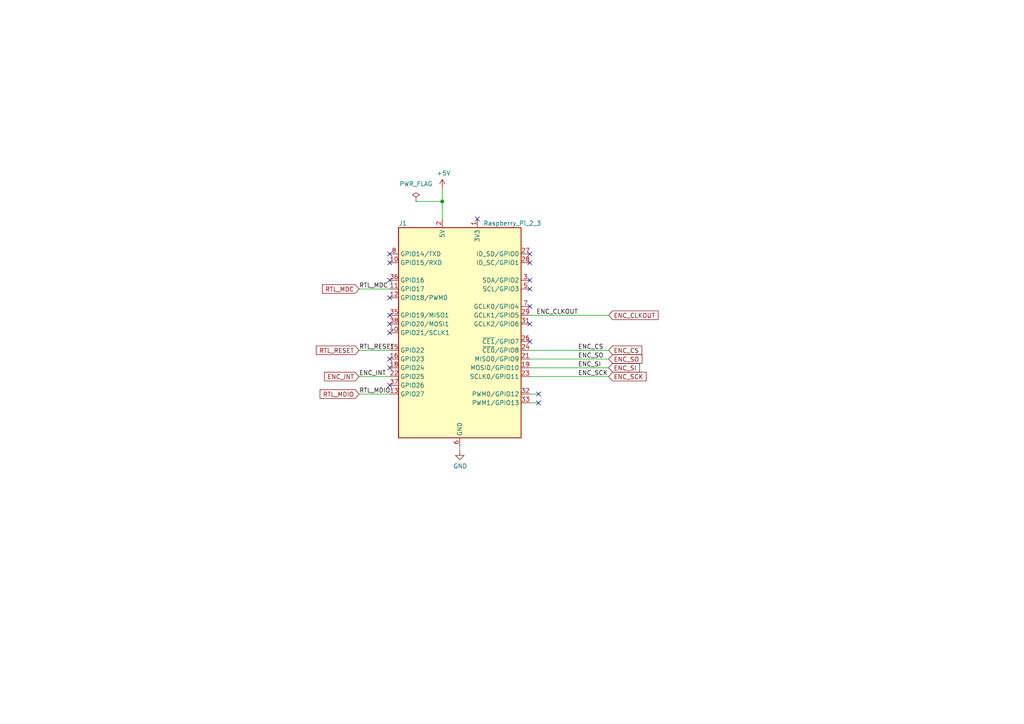
<source format=kicad_sch>
(kicad_sch (version 20231120) (generator "eeschema") (generator_version "8.0")
  (paper "A4")
  (title_block (title "Raspberry Pi 4 Port Gigabit Managed Switch") (date "2025-03-03") (company "Albrecht Lohofener"))
  (lib_symbols
    (symbol "Connector:Raspberry_Pi_2_3"
      (property "Reference" "J" (at -17.78 31.75 0))
      (property "Value" "Raspberry_Pi_2_3" (at 10.16 -31.75 0))
      (symbol "Raspberry_Pi_2_3_0_1"
        (rectangle (start -17.78 30.48) (end 17.78 -30.48) (stroke (width 0.254)) (fill (type background)))
      )
      (symbol "Raspberry_Pi_2_3_1_1"
        (pin power_in line (at 5.08 33.02 270) (length 2.54) (name "3V3") (number "1"))
        (pin bidirectional line (at -20.32 20.32 0) (length 2.54) (name "GPIO15/RXD") (number "10"))
        (pin bidirectional line (at -20.32 12.7 0) (length 2.54) (name "GPIO17") (number "11"))
        (pin bidirectional line (at -20.32 10.16 0) (length 2.54) (name "GPIO18/PWM0") (number "12"))
        (pin bidirectional line (at -20.32 -17.78 0) (length 2.54) (name "GPIO27") (number "13"))
        (pin passive line (at 0 -33.02 90) (length 2.54) hide (name "GND") (number "14"))
        (pin bidirectional line (at -20.32 -5.08 0) (length 2.54) (name "GPIO22") (number "15"))
        (pin bidirectional line (at -20.32 -7.62 0) (length 2.54) (name "GPIO23") (number "16"))
        (pin passive line (at 5.08 33.02 270) (length 2.54) hide (name "3V3") (number "17"))
        (pin bidirectional line (at -20.32 -10.16 0) (length 2.54) (name "GPIO24") (number "18"))
        (pin bidirectional line (at 20.32 -10.16 180) (length 2.54) (name "MOSI0/GPIO10") (number "19"))
        (pin power_in line (at -5.08 33.02 270) (length 2.54) (name "5V") (number "2"))
        (pin passive line (at 0 -33.02 90) (length 2.54) hide (name "GND") (number "20"))
        (pin bidirectional line (at 20.32 -7.62 180) (length 2.54) (name "MISO0/GPIO9") (number "21"))
        (pin bidirectional line (at -20.32 -12.7 0) (length 2.54) (name "GPIO25") (number "22"))
        (pin bidirectional line (at 20.32 -12.7 180) (length 2.54) (name "SCLK0/GPIO11") (number "23"))
        (pin bidirectional line (at 20.32 -5.08 180) (length 2.54) (name "~{CE0}/GPIO8") (number "24"))
        (pin passive line (at 0 -33.02 90) (length 2.54) hide (name "GND") (number "25"))
        (pin bidirectional line (at 20.32 -2.54 180) (length 2.54) (name "~{CE1}/GPIO7") (number "26"))
        (pin bidirectional line (at 20.32 22.86 180) (length 2.54) (name "ID_SD/GPIO0") (number "27"))
        (pin bidirectional line (at 20.32 20.32 180) (length 2.54) (name "ID_SC/GPIO1") (number "28"))
        (pin bidirectional line (at 20.32 5.08 180) (length 2.54) (name "GCLK1/GPIO5") (number "29"))
        (pin bidirectional line (at 20.32 15.24 180) (length 2.54) (name "SDA/GPIO2") (number "3"))
        (pin passive line (at 0 -33.02 90) (length 2.54) hide (name "GND") (number "30"))
        (pin bidirectional line (at 20.32 2.54 180) (length 2.54) (name "GCLK2/GPIO6") (number "31"))
        (pin bidirectional line (at 20.32 -17.78 180) (length 2.54) (name "PWM0/GPIO12") (number "32"))
        (pin bidirectional line (at 20.32 -20.32 180) (length 2.54) (name "PWM1/GPIO13") (number "33"))
        (pin passive line (at 0 -33.02 90) (length 2.54) hide (name "GND") (number "34"))
        (pin bidirectional line (at -20.32 5.08 0) (length 2.54) (name "GPIO19/MISO1") (number "35"))
        (pin bidirectional line (at -20.32 15.24 0) (length 2.54) (name "GPIO16") (number "36"))
        (pin bidirectional line (at -20.32 -15.24 0) (length 2.54) (name "GPIO26") (number "37"))
        (pin bidirectional line (at -20.32 2.54 0) (length 2.54) (name "GPIO20/MOSI1") (number "38"))
        (pin passive line (at 0 -33.02 90) (length 2.54) hide (name "GND") (number "39"))
        (pin passive line (at -5.08 33.02 270) (length 2.54) hide (name "5V") (number "4"))
        (pin bidirectional line (at -20.32 0 0) (length 2.54) (name "GPIO21/SCLK1") (number "40"))
        (pin bidirectional line (at 20.32 12.7 180) (length 2.54) (name "SCL/GPIO3") (number "5"))
        (pin power_in line (at 0 -33.02 90) (length 2.54) (name "GND") (number "6"))
        (pin bidirectional line (at 20.32 7.62 180) (length 2.54) (name "GCLK0/GPIO4") (number "7"))
        (pin bidirectional line (at -20.32 22.86 0) (length 2.54) (name "GPIO14/TXD") (number "8"))
        (pin passive line (at 0 -33.02 90) (length 2.54) hide (name "GND") (number "9"))
      )
    )
    (symbol "power:+5V" (power) (pin_numbers hide) (pin_names (offset 0) hide)
      (property "Value" "+5V" (at 0 3.556 0))
      (symbol "+5V_0_1"
        (polyline (pts (xy -0.762 1.27) (xy 0 2.54)))
        (polyline (pts (xy 0 0) (xy 0 2.54)))
        (polyline (pts (xy 0 2.54) (xy 0.762 1.27)))
      )
      (symbol "+5V_1_1"
        (pin power_in line (at 0 0 90) (length 0) (name "~") (number "1"))
      )
    )
    (symbol "power:GND" (power) (pin_numbers hide) (pin_names (offset 0) hide)
      (property "Value" "GND" (at 0 -3.81 0))
      (symbol "GND_0_1"
        (polyline (pts (xy 0 0) (xy 0 -1.27) (xy 1.27 -1.27) (xy 0 -2.54) (xy -1.27 -1.27) (xy 0 -1.27)))
      )
      (symbol "GND_1_1"
        (pin power_in line (at 0 0 270) (length 0) (name "~") (number "1"))
      )
    )
    (symbol "power:PWR_FLAG" (power) (pin_numbers hide) (pin_names (offset 0) hide)
      (property "Value" "PWR_FLAG" (at 0 3.81 0))
      (symbol "PWR_FLAG_0_0"
        (pin power_out line (at 0 0 90) (length 0) (name "~") (number "1"))
      )
      (symbol "PWR_FLAG_0_1"
        (polyline (pts (xy 0 0) (xy 0 1.27) (xy -1.016 1.905) (xy 0 2.54) (xy 1.016 1.905) (xy 0 1.27)))
      )
    )
  )
  (junction (at 128.27 58.42))
  (no_connect (at 153.67 99.06))
  (no_connect (at 113.03 93.98))
  (no_connect (at 153.67 81.28))
  (no_connect (at 113.03 76.2))
  (no_connect (at 156.21 114.3))
  (no_connect (at 113.03 106.68))
  (no_connect (at 153.67 93.98))
  (no_connect (at 153.67 83.82))
  (no_connect (at 153.67 88.9))
  (no_connect (at 113.03 81.28))
  (no_connect (at 113.03 86.36))
  (no_connect (at 138.43 63.5))
  (no_connect (at 113.03 104.14))
  (no_connect (at 113.03 96.52))
  (no_connect (at 153.67 76.2))
  (no_connect (at 113.03 73.66))
  (no_connect (at 156.21 116.84))
  (no_connect (at 113.03 91.44))
  (no_connect (at 153.67 73.66))
  (no_connect (at 113.03 111.76))
  (wire (pts (xy 133.35 130.81) (xy 133.35 129.54)))
  (wire (pts (xy 153.67 101.6) (xy 176.53 101.6)))
  (wire (pts (xy 156.21 114.3) (xy 153.67 114.3)))
  (wire (pts (xy 104.14 109.22) (xy 113.03 109.22)))
  (wire (pts (xy 128.27 58.42) (xy 128.27 63.5)))
  (wire (pts (xy 104.14 101.6) (xy 113.03 101.6)))
  (wire (pts (xy 176.53 91.44) (xy 153.67 91.44)))
  (wire (pts (xy 120.65 58.42) (xy 128.27 58.42)))
  (wire (pts (xy 153.67 109.22) (xy 176.53 109.22)))
  (wire (pts (xy 128.27 54.61) (xy 128.27 58.42)))
  (wire (pts (xy 153.67 106.68) (xy 176.53 106.68)))
  (wire (pts (xy 104.14 83.82) (xy 113.03 83.82)))
  (wire (pts (xy 156.21 116.84) (xy 153.67 116.84)))
  (wire (pts (xy 153.67 104.14) (xy 176.53 104.14)))
  (wire (pts (xy 104.14 114.3) (xy 113.03 114.3)))
  (label "ENC_CS" (at 167.64 101.6 0))
  (label "ENC_CLKOUT" (at 167.64 91.44 180))
  (label "ENC_INT" (at 104.14 109.22 0))
  (label "RTL_RESET" (at 104.14 101.6 0))
  (label "ENC_SCK" (at 167.64 109.22 0))
  (label "RTL_MDC" (at 104.14 83.82 0))
  (label "ENC_SI" (at 167.64 106.68 0))
  (label "ENC_SO" (at 167.64 104.14 0))
  (label "RTL_MDIO" (at 104.14 114.3 0))
  (global_label "ENC_INT" (shape input) (at 104.14 109.22 180) (property "Intersheetrefs" "${INTERSHEET_REFS}" (effects (hide yes))))
  (global_label "RTL_RESET" (shape input) (at 104.14 101.6 180) (property "Intersheetrefs" "${INTERSHEET_REFS}" (effects (hide yes))))
  (global_label "ENC_SCK" (shape input) (at 176.53 109.22 0) (property "Intersheetrefs" "${INTERSHEET_REFS}" (effects (hide yes))))
  (global_label "ENC_SO" (shape input) (at 176.53 104.14 0) (property "Intersheetrefs" "${INTERSHEET_REFS}" (effects (hide yes))))
  (global_label "RTL_MDIO" (shape input) (at 104.14 114.3 180) (property "Intersheetrefs" "${INTERSHEET_REFS}" (effects (hide yes))))
  (global_label "ENC_CS" (shape input) (at 176.53 101.6 0) (property "Intersheetrefs" "${INTERSHEET_REFS}" (effects (hide yes))))
  (global_label "RTL_MDC" (shape input) (at 104.14 83.82 180) (property "Intersheetrefs" "${INTERSHEET_REFS}" (effects (hide yes))))
  (global_label "ENC_CLKOUT" (shape input) (at 176.53 91.44 0) (property "Intersheetrefs" "${INTERSHEET_REFS}" (effects (hide yes))))
  (global_label "ENC_SI" (shape input) (at 176.53 106.68 0) (property "Intersheetrefs" "${INTERSHEET_REFS}" (effects (hide yes))))
  (symbol (lib_id "power:GND") (at 133.35 130.81 0) (unit 1)
    (property "Reference" "#PWR031" (effects (hide yes)))
    (property "Value" "GND" (at 133.477 135.2042 0))
    (property "Description" "Power symbol creates a global label with name \"GND\" , ground" (effects (hide yes)))
  )
  (symbol (lib_id "Connector:Raspberry_Pi_2_3") (at 133.35 96.52 0) (unit 1)
    (property "Reference" "J1" (at 116.84 64.77 0))
    (property "Value" "Raspberry_Pi_2_3" (at 148.59 64.77 0))
    (property "Footprint" "Library:PinSocket_2x20_P2.54mm_Vertical_1_04mm" (effects (hide yes)))
    (property "Datasheet" "https://www.raspberrypi.org/documentation/hardware/raspberrypi/schematics/rpi_SCH_3bplus_1p0_reduced.pdf" (effects (hide yes)))
    (property "Description" "expansion header for Raspberry Pi 2 & 3" (effects (hide yes)))
    (property "PN" "SSW-120-01-T-D-006" (effects (hide yes)))
  )
  (symbol (lib_id "power:+5V") (at 128.27 54.61 0) (unit 1)
    (property "Reference" "#PWR032" (effects (hide yes)))
    (property "Value" "+5V" (at 128.651 50.2158 0))
    (property "Description" "Power symbol creates a global label with name \"+5V\"" (effects (hide yes)))
  )
  (symbol (lib_id "power:PWR_FLAG") (at 120.65 58.42 0) (unit 1)
    (property "Reference" "#FLG01" (effects (hide yes)))
    (property "Value" "PWR_FLAG" (at 120.65 53.34 0))
    (property "Description" "Special symbol for telling ERC where power comes from" (effects (hide yes)))
  )
)
</source>
